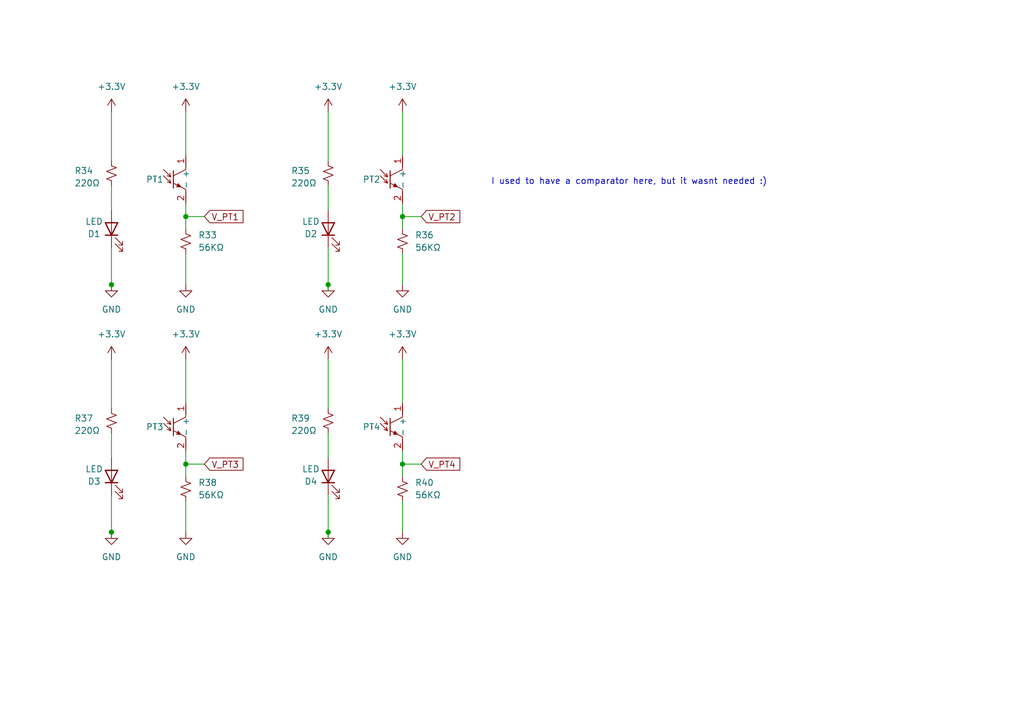
<source format=kicad_sch>
(kicad_sch (version 20231120) (generator "eeschema") (generator_version "8.0")
  (paper "A5")
  (title_block (title "IR SENSORS") (date "2025-05-01"))
  (lib_symbols
    (symbol "2N4403:PT204-6B"
      (property "Reference" "PT" (at 0 5.588 0))
      (symbol "PT204-6B_0_1"
        (polyline (pts (xy -4.572 0) (xy -2.032 0) (xy -0.762 2.54)))
        (polyline (pts (xy 4.572 0) (xy 2.032 0) (xy 0.762 2.54)))
        (polyline (pts (xy -2.032 4.572) (xy -0.508 3.048) (xy -1.27 3.302) (xy -0.508 3.048) (xy -0.762 3.81)))
        (polyline (pts (xy -0.762 4.572) (xy 0.762 3.048) (xy 0 3.302) (xy 0.762 3.048) (xy 0.508 3.81)))
      )
      (symbol "PT204-6B_1_1"
        (polyline (pts (xy -1.778 2.54) (xy 1.778 2.54)) (stroke (width 0.2032)))
        (polyline (pts (xy 0.8536 1.5649) (xy 1.5113 1.8625) (xy 1.5173 1.0178) (xy 0.8644 1.5468)) (fill (type outline)))
        (pin passive line (at -5.08 0 0) (length 2.54) (name "+") (number "1"))
        (pin passive line (at 5.08 0 180) (length 2.54) (name "-") (number "2"))
      )
    )
    (symbol "Device:R_Small_US" (pin_numbers hide) (pin_names (offset 0.254) hide)
      (property "Reference" "R" (at 0.762 0.508 0))
      (property "Value" "R_Small_US" (at 0.762 -1.016 0))
      (symbol "R_Small_US_1_1"
        (polyline (pts (xy 0 0) (xy 1.016 -0.381) (xy 0 -0.762) (xy -1.016 -1.143) (xy 0 -1.524)))
        (polyline (pts (xy 0 1.524) (xy 1.016 1.143) (xy 0 0.762) (xy -1.016 0.381) (xy 0 0)))
        (pin passive line (at 0 2.54 270) (length 1.016) (name "~") (number "1"))
        (pin passive line (at 0 -2.54 90) (length 1.016) (name "~") (number "2"))
      )
    )
    (symbol "LED_1" (pin_numbers hide) (pin_names (offset 1.016) hide)
      (property "Reference" "D" (at 0 2.54 0))
      (property "Value" "LED" (at 0 -2.54 0))
      (symbol "LED_1_0_1"
        (polyline (pts (xy -1.27 -1.27) (xy -1.27 1.27)) (stroke (width 0.254)))
        (polyline (pts (xy -1.27 0) (xy 1.27 0)))
        (polyline (pts (xy 1.27 -1.27) (xy 1.27 1.27) (xy -1.27 0) (xy 1.27 -1.27)) (stroke (width 0.254)))
        (polyline (pts (xy -3.048 -0.762) (xy -4.572 -2.286) (xy -3.81 -2.286) (xy -4.572 -2.286) (xy -4.572 -1.524)))
        (polyline (pts (xy -1.778 -0.762) (xy -3.302 -2.286) (xy -2.54 -2.286) (xy -3.302 -2.286) (xy -3.302 -1.524)))
      )
      (symbol "LED_1_1_1"
        (pin passive line (at -3.81 0 0) (length 2.54) (name "K") (number "1"))
        (pin passive line (at 3.81 0 180) (length 2.54) (name "A") (number "2"))
      )
    )
    (symbol "power:+3.3V" (power) (pin_numbers hide) (pin_names (offset 0) hide)
      (property "Value" "+3.3V" (at 0 3.556 0))
      (symbol "+3.3V_0_1"
        (polyline (pts (xy -0.762 1.27) (xy 0 2.54)))
        (polyline (pts (xy 0 0) (xy 0 2.54)))
        (polyline (pts (xy 0 2.54) (xy 0.762 1.27)))
      )
      (symbol "+3.3V_1_1"
        (pin power_in line (at 0 0 90) (length 0) (name "~") (number "1"))
      )
    )
    (symbol "power:GND" (power) (pin_numbers hide) (pin_names (offset 0) hide)
      (property "Value" "GND" (at 0 -3.81 0))
      (symbol "GND_0_1"
        (polyline (pts (xy 0 0) (xy 0 -1.27) (xy 1.27 -1.27) (xy 0 -2.54) (xy -1.27 -1.27) (xy 0 -1.27)))
      )
      (symbol "GND_1_1"
        (pin power_in line (at 0 0 270) (length 0) (name "~") (number "1"))
      )
    )
  )
  (junction (at 82.55 95.25))
  (junction (at 38.1 95.25))
  (junction (at 22.86 58.42))
  (junction (at 38.1 44.45))
  (junction (at 22.86 109.22))
  (junction (at 67.31 109.22))
  (junction (at 67.31 58.42))
  (junction (at 82.55 44.45))
  (wire (pts (xy 67.31 50.8) (xy 67.31 58.42)))
  (wire (pts (xy 82.55 22.86) (xy 82.55 31.75)))
  (wire (pts (xy 67.31 73.66) (xy 67.31 83.82)))
  (wire (pts (xy 38.1 73.66) (xy 38.1 82.55)))
  (wire (pts (xy 22.86 59.69) (xy 22.86 58.42)))
  (wire (pts (xy 67.31 59.69) (xy 67.31 58.42)))
  (wire (pts (xy 82.55 102.87) (xy 82.55 109.22)))
  (wire (pts (xy 67.31 88.9) (xy 67.31 93.98)))
  (wire (pts (xy 22.86 110.49) (xy 22.86 109.22)))
  (wire (pts (xy 22.86 22.86) (xy 22.86 33.02)))
  (wire (pts (xy 38.1 95.25) (xy 38.1 92.71)))
  (wire (pts (xy 67.31 101.6) (xy 67.31 109.22)))
  (wire (pts (xy 38.1 46.99) (xy 38.1 44.45)))
  (wire (pts (xy 82.55 52.07) (xy 82.55 58.42)))
  (wire (pts (xy 67.31 110.49) (xy 67.31 109.22)))
  (wire (pts (xy 82.55 44.45) (xy 82.55 41.91)))
  (wire (pts (xy 38.1 44.45) (xy 38.1 41.91)))
  (wire (pts (xy 22.86 38.1) (xy 22.86 43.18)))
  (wire (pts (xy 82.55 95.25) (xy 82.55 92.71)))
  (wire (pts (xy 67.31 22.86) (xy 67.31 33.02)))
  (wire (pts (xy 41.91 44.45) (xy 38.1 44.45)))
  (wire (pts (xy 82.55 97.79) (xy 82.55 95.25)))
  (wire (pts (xy 38.1 22.86) (xy 38.1 31.75)))
  (wire (pts (xy 22.86 50.8) (xy 22.86 58.42)))
  (wire (pts (xy 38.1 52.07) (xy 38.1 58.42)))
  (wire (pts (xy 86.36 95.25) (xy 82.55 95.25)))
  (wire (pts (xy 82.55 46.99) (xy 82.55 44.45)))
  (wire (pts (xy 38.1 102.87) (xy 38.1 109.22)))
  (wire (pts (xy 86.36 44.45) (xy 82.55 44.45)))
  (wire (pts (xy 82.55 73.66) (xy 82.55 82.55)))
  (wire (pts (xy 41.91 95.25) (xy 38.1 95.25)))
  (wire (pts (xy 22.86 88.9) (xy 22.86 93.98)))
  (wire (pts (xy 38.1 97.79) (xy 38.1 95.25)))
  (wire (pts (xy 22.86 101.6) (xy 22.86 109.22)))
  (wire (pts (xy 22.86 73.66) (xy 22.86 83.82)))
  (wire (pts (xy 67.31 38.1) (xy 67.31 43.18)))
  (text "I used to have a comparator here, but it wasnt needed :)" (at 129.032 37.338 0) (effects (font (size 1.27 1.27))))
  (global_label "V_PT3" (shape input) (at 41.91 95.25 0) (property "Intersheetrefs" "${INTERSHEET_REFS}" (effects (hide yes))))
  (global_label "V_PT2" (shape input) (at 86.36 44.45 0) (property "Intersheetrefs" "${INTERSHEET_REFS}" (effects (hide yes))))
  (global_label "V_PT1" (shape input) (at 41.91 44.45 0) (property "Intersheetrefs" "${INTERSHEET_REFS}" (effects (hide yes))))
  (global_label "V_PT4" (shape input) (at 86.36 95.25 0) (property "Intersheetrefs" "${INTERSHEET_REFS}" (effects (hide yes))))
  (symbol (lib_id "Device:R_Small_US") (at 38.1 100.33 0) (unit 1)
    (property "Reference" "R38" (at 40.64 99.0599 0) (effects (justify left)))
    (property "Value" "56KΩ" (at 40.64 101.5999 0) (effects (justify left)))
    (property "Description" "Resistor, small US symbol" (effects (hide yes)))
  )
  (symbol (lib_id "Device:R_Small_US") (at 82.55 100.33 0) (unit 1)
    (property "Reference" "R40" (at 85.09 99.0599 0) (effects (justify left)))
    (property "Value" "56KΩ" (at 85.09 101.5999 0) (effects (justify left)))
    (property "Description" "Resistor, small US symbol" (effects (hide yes)))
  )
  (symbol (lib_id "2N4403:PT204-6B") (at 82.55 36.83 90) (mirror x) (unit 1)
    (property "Reference" "PT2" (at 76.2 36.83 90))
    (property "Value" "~" (at 76.2 36.83 0))
    (property "Footprint" "LED_THT:LED_D5.0mm" (effects (hide yes)))
  )
  (symbol (lib_id "power:GND") (at 67.31 109.22 0) (unit 1)
    (property "Reference" "#PWR042" (effects (hide yes)))
    (property "Value" "GND" (at 67.31 114.3 0))
    (property "Description" "Power symbol creates a global label with name \"GND\" , ground" (effects (hide yes)))
  )
  (symbol (lib_name "LED_1") (lib_id "Device:LED") (at 67.31 97.79 90) (unit 1)
    (property "Reference" "D4" (at 63.754 98.806 90))
    (property "Value" "LED" (at 63.754 96.266 90))
    (property "Footprint" "LED_THT:LED_D5.0mm" (effects (hide yes)))
    (property "Description" "Light emitting diode" (effects (hide yes)))
  )
  (symbol (lib_id "power:GND") (at 22.86 58.42 0) (unit 1)
    (property "Reference" "#PWR029" (effects (hide yes)))
    (property "Value" "GND" (at 22.86 63.5 0))
    (property "Description" "Power symbol creates a global label with name \"GND\" , ground" (effects (hide yes)))
  )
  (symbol (lib_id "power:+3.3V") (at 38.1 73.66 0) (unit 1)
    (property "Reference" "#PWR039" (effects (hide yes)))
    (property "Value" "+3.3V" (at 38.1 68.58 0))
    (property "Description" "Power symbol creates a global label with name \"+3.3V\"" (effects (hide yes)))
  )
  (symbol (lib_id "power:GND") (at 38.1 58.42 0) (unit 1)
    (property "Reference" "#PWR030" (effects (hide yes)))
    (property "Value" "GND" (at 38.1 63.5 0))
    (property "Description" "Power symbol creates a global label with name \"GND\" , ground" (effects (hide yes)))
  )
  (symbol (lib_id "power:GND") (at 22.86 109.22 0) (unit 1)
    (property "Reference" "#PWR038" (effects (hide yes)))
    (property "Value" "GND" (at 22.86 114.3 0))
    (property "Description" "Power symbol creates a global label with name \"GND\" , ground" (effects (hide yes)))
  )
  (symbol (lib_id "Device:R_Small_US") (at 67.31 35.56 0) (unit 1)
    (property "Reference" "R35" (at 59.69 35.052 0) (effects (justify left)))
    (property "Value" "220Ω" (at 59.69 37.592 0) (effects (justify left)))
    (property "Description" "Resistor, small US symbol" (effects (hide yes)))
  )
  (symbol (lib_id "Device:R_Small_US") (at 82.55 49.53 0) (unit 1)
    (property "Reference" "R36" (at 85.09 48.2599 0) (effects (justify left)))
    (property "Value" "56KΩ" (at 85.09 50.7999 0) (effects (justify left)))
    (property "Description" "Resistor, small US symbol" (effects (hide yes)))
  )
  (symbol (lib_name "LED_1") (lib_id "Device:LED") (at 22.86 97.79 90) (unit 1)
    (property "Reference" "D3" (at 19.304 98.806 90))
    (property "Value" "LED" (at 19.304 96.266 90))
    (property "Footprint" "LED_THT:LED_D5.0mm" (effects (hide yes)))
    (property "Description" "Light emitting diode" (effects (hide yes)))
  )
  (symbol (lib_id "power:+3.3V") (at 67.31 22.86 0) (unit 1)
    (property "Reference" "#PWR033" (effects (hide yes)))
    (property "Value" "+3.3V" (at 67.31 17.78 0))
    (property "Description" "Power symbol creates a global label with name \"+3.3V\"" (effects (hide yes)))
  )
  (symbol (lib_name "LED_1") (lib_id "Device:LED") (at 22.86 46.99 90) (unit 1)
    (property "Reference" "D1" (at 19.304 48.006 90))
    (property "Value" "LED" (at 19.304 45.466 90))
    (property "Footprint" "LED_THT:LED_D5.0mm" (effects (hide yes)))
    (property "Description" "Light emitting diode" (effects (hide yes)))
  )
  (symbol (lib_id "power:GND") (at 82.55 109.22 0) (unit 1)
    (property "Reference" "#PWR044" (effects (hide yes)))
    (property "Value" "GND" (at 82.55 114.3 0))
    (property "Description" "Power symbol creates a global label with name \"GND\" , ground" (effects (hide yes)))
  )
  (symbol (lib_id "power:+3.3V") (at 82.55 73.66 0) (unit 1)
    (property "Reference" "#PWR043" (effects (hide yes)))
    (property "Value" "+3.3V" (at 82.55 68.58 0))
    (property "Description" "Power symbol creates a global label with name \"+3.3V\"" (effects (hide yes)))
  )
  (symbol (lib_id "2N4403:PT204-6B") (at 38.1 36.83 90) (mirror x) (unit 1)
    (property "Reference" "PT1" (at 31.75 36.83 90))
    (property "Value" "~" (at 31.75 36.83 0))
    (property "Footprint" "LED_THT:LED_D5.0mm" (effects (hide yes)))
  )
  (symbol (lib_id "power:GND") (at 67.31 58.42 0) (unit 1)
    (property "Reference" "#PWR034" (effects (hide yes)))
    (property "Value" "GND" (at 67.31 63.5 0))
    (property "Description" "Power symbol creates a global label with name \"GND\" , ground" (effects (hide yes)))
  )
  (symbol (lib_name "LED_1") (lib_id "Device:LED") (at 67.31 46.99 90) (unit 1)
    (property "Reference" "D2" (at 63.754 48.006 90))
    (property "Value" "LED" (at 63.754 45.466 90))
    (property "Footprint" "LED_THT:LED_D5.0mm" (effects (hide yes)))
    (property "Description" "Light emitting diode" (effects (hide yes)))
  )
  (symbol (lib_id "power:GND") (at 82.55 58.42 0) (unit 1)
    (property "Reference" "#PWR036" (effects (hide yes)))
    (property "Value" "GND" (at 82.55 63.5 0))
    (property "Description" "Power symbol creates a global label with name \"GND\" , ground" (effects (hide yes)))
  )
  (symbol (lib_id "power:+3.3V") (at 22.86 73.66 0) (unit 1)
    (property "Reference" "#PWR037" (effects (hide yes)))
    (property "Value" "+3.3V" (at 22.86 68.58 0))
    (property "Description" "Power symbol creates a global label with name \"+3.3V\"" (effects (hide yes)))
  )
  (symbol (lib_id "power:+3.3V") (at 82.55 22.86 0) (unit 1)
    (property "Reference" "#PWR035" (effects (hide yes)))
    (property "Value" "+3.3V" (at 82.55 17.78 0))
    (property "Description" "Power symbol creates a global label with name \"+3.3V\"" (effects (hide yes)))
  )
  (symbol (lib_id "2N4403:PT204-6B") (at 82.55 87.63 90) (mirror x) (unit 1)
    (property "Reference" "PT4" (at 76.2 87.63 90))
    (property "Value" "~" (at 76.2 87.63 0))
    (property "Footprint" "LED_THT:LED_D5.0mm" (effects (hide yes)))
  )
  (symbol (lib_id "Device:R_Small_US") (at 22.86 86.36 0) (unit 1)
    (property "Reference" "R37" (at 15.24 85.852 0) (effects (justify left)))
    (property "Value" "220Ω" (at 15.24 88.392 0) (effects (justify left)))
    (property "Description" "Resistor, small US symbol" (effects (hide yes)))
  )
  (symbol (lib_id "power:GND") (at 38.1 109.22 0) (unit 1)
    (property "Reference" "#PWR040" (effects (hide yes)))
    (property "Value" "GND" (at 38.1 114.3 0))
    (property "Description" "Power symbol creates a global label with name \"GND\" , ground" (effects (hide yes)))
  )
  (symbol (lib_id "Device:R_Small_US") (at 38.1 49.53 0) (unit 1)
    (property "Reference" "R33" (at 40.64 48.2599 0) (effects (justify left)))
    (property "Value" "56KΩ" (at 40.64 50.7999 0) (effects (justify left)))
    (property "Description" "Resistor, small US symbol" (effects (hide yes)))
  )
  (symbol (lib_id "power:+3.3V") (at 38.1 22.86 0) (unit 1)
    (property "Reference" "#PWR032" (effects (hide yes)))
    (property "Value" "+3.3V" (at 38.1 17.78 0))
    (property "Description" "Power symbol creates a global label with name \"+3.3V\"" (effects (hide yes)))
  )
  (symbol (lib_id "power:+3.3V") (at 67.31 73.66 0) (unit 1)
    (property "Reference" "#PWR041" (effects (hide yes)))
    (property "Value" "+3.3V" (at 67.31 68.58 0))
    (property "Description" "Power symbol creates a global label with name \"+3.3V\"" (effects (hide yes)))
  )
  (symbol (lib_id "Device:R_Small_US") (at 22.86 35.56 0) (unit 1)
    (property "Reference" "R34" (at 15.24 35.052 0) (effects (justify left)))
    (property "Value" "220Ω" (at 15.24 37.592 0) (effects (justify left)))
    (property "Description" "Resistor, small US symbol" (effects (hide yes)))
  )
  (symbol (lib_id "2N4403:PT204-6B") (at 38.1 87.63 90) (mirror x) (unit 1)
    (property "Reference" "PT3" (at 31.75 87.63 90))
    (property "Value" "~" (at 31.75 87.63 0))
    (property "Footprint" "LED_THT:LED_D5.0mm" (effects (hide yes)))
  )
  (symbol (lib_id "Device:R_Small_US") (at 67.31 86.36 0) (unit 1)
    (property "Reference" "R39" (at 59.69 85.852 0) (effects (justify left)))
    (property "Value" "220Ω" (at 59.69 88.392 0) (effects (justify left)))
    (property "Description" "Resistor, small US symbol" (effects (hide yes)))
  )
  (symbol (lib_id "power:+3.3V") (at 22.86 22.86 0) (unit 1)
    (property "Reference" "#PWR031" (effects (hide yes)))
    (property "Value" "+3.3V" (at 22.86 17.78 0))
    (property "Description" "Power symbol creates a global label with name \"+3.3V\"" (effects (hide yes)))
  )
)
</source>
